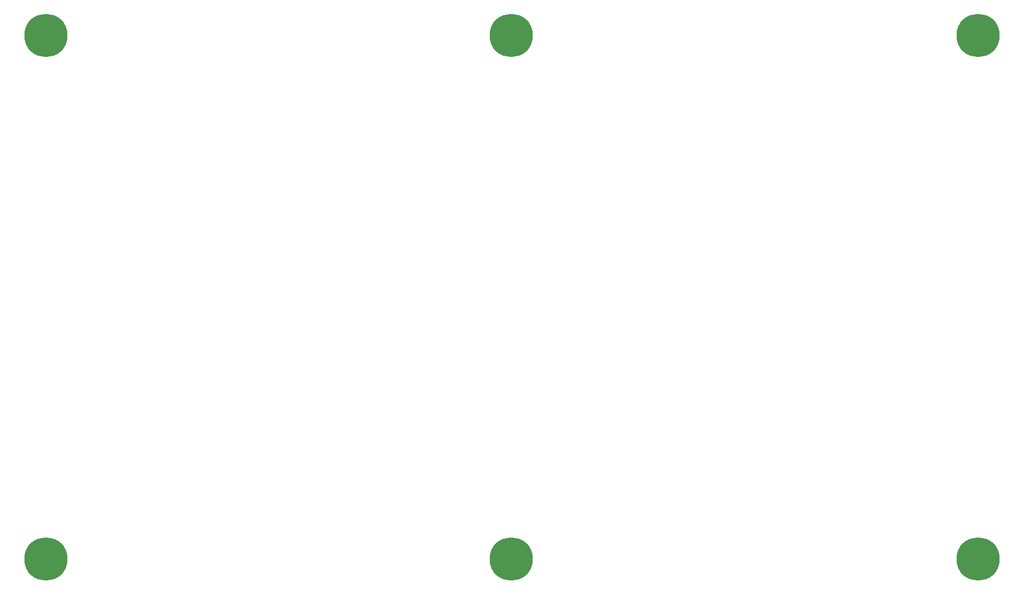
<source format=gts>
G04 start of page 6 for group -4063 idx -4063 *
G04 Title: 26.004.00.01.01.pcb, componentmask *
G04 Creator: pcb 4.1.2 *
G04 CreationDate: Sun Jul 29 08:17:16 2018 UTC *
G04 For: bert *
G04 Format: Gerber/RS-274X *
G04 PCB-Dimensions (mil): 6692.91 3937.01 *
G04 PCB-Coordinate-Origin: lower left *
%MOIN*%
%FSLAX25Y25*%
%LNGTS*%
%ADD20C,0.2760*%
G54D20*X334646Y29528D03*
Y364173D03*
X633071Y29528D03*
Y364173D03*
X37402Y29528D03*
Y364173D03*
M02*

</source>
